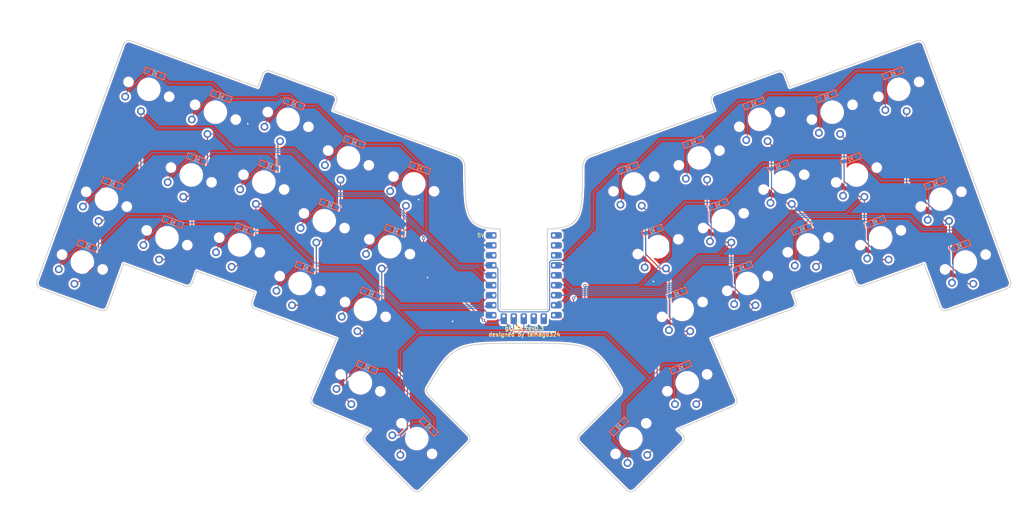
<source format=kicad_pcb>
(kicad_pcb (version 20211014) (generator pcbnew)
  (layers (0 "F.Cu" signal) (31 "B.Cu" signal) (34 "B.Paste" user) (35 "F.Paste" user) (36 "B.SilkS" user "B.Silkscreen") (37 "F.SilkS" user "F.Silkscreen") (38 "B.Mask" user) (39 "F.Mask" user) (44 "Edge.Cuts" user))
  (net 0 "")
  (net 1 "row0")
  (net 2 "Net-(D1-Pad2)")
  (net 3 "Net-(D2-Pad2)")
  (net 4 "Net-(D3-Pad2)")
  (net 5 "Net-(D4-Pad2)")
  (net 6 "Net-(D5-Pad2)")
  (net 7 "Net-(D6-Pad2)")
  (net 8 "Net-(D7-Pad2)")
  (net 9 "Net-(D8-Pad2)")
  (net 10 "Net-(D9-Pad2)")
  (net 11 "Net-(D10-Pad2)")
  (net 12 "row1")
  (net 13 "Net-(D11-Pad2)")
  (net 14 "Net-(D12-Pad2)")
  (net 15 "Net-(D13-Pad2)")
  (net 16 "Net-(D14-Pad2)")
  (net 17 "Net-(D15-Pad2)")
  (net 18 "Net-(D16-Pad2)")
  (net 19 "Net-(D17-Pad2)")
  (net 20 "Net-(D18-Pad2)")
  (net 21 "Net-(D19-Pad2)")
  (net 22 "Net-(D20-Pad2)")
  (net 23 "row2")
  (net 24 "Net-(D21-Pad2)")
  (net 25 "Net-(D22-Pad2)")
  (net 26 "Net-(D23-Pad2)")
  (net 27 "Net-(D24-Pad2)")
  (net 28 "Net-(D25-Pad2)")
  (net 29 "Net-(D26-Pad2)")
  (net 30 "Net-(D27-Pad2)")
  (net 31 "Net-(D28-Pad2)")
  (net 32 "Net-(D29-Pad2)")
  (net 33 "Net-(D30-Pad2)")
  (net 34 "row3")
  (net 35 "Net-(D31-Pad2)")
  (net 36 "Net-(D32-Pad2)")
  (net 37 "Net-(D33-Pad2)")
  (net 38 "Net-(D34-Pad2)")
  (net 42 "col5")
  (net 43 "col6")
  (net 44 "col7")
  (net 45 "col8")
  (net 46 "col9")
  (net 50 "col2")
  (net 51 "col3")
  (net 52 "col4")
  (net 53 "col1")
  (net 54 "col0")
  (net 56 "GND")
  (net 57 "VCC")
  (footprint "gku34:SW_Choc_V2" (layer "F.Cu") (at 199.476843 36.727593 20)
    (fp_text reference "SW8" hide)
    (fp_text value "SW_PUSH")
  )
  (footprint "gku34:SW_Choc_V2" (layer "F.Cu") (at 67.26 68.69 -20)
    (fp_text reference "SW23" hide)
    (fp_text value "SW_PUSH")
  )
  (footprint "gku34:RP2040-Zero" (layer "F.Cu") (at 129.345 89.105)
    (fp_text reference "RZ1")
    (fp_text value "RP2040-Zero" hide)
  )
  (footprint "gku34:Diode_SMD" (layer "F.Cu") (at 68.75 64.65 160)
    (fp_text reference "D23" hide)
    (fp_text value "D" hide)
  )
  (footprint "gku34:Diode_SMD" (layer "F.Cu") (at 210.36 64.61 -160)
    (fp_text reference "D28" hide)
    (fp_text value "D" hide)
  )
  (footprint "gku34:SW_Choc_V2" (layer "F.Cu") (at 73.42 52.69 -20)
    (fp_text reference "SW13" hide)
    (fp_text value "SW_PUSH")
  )
  (footprint "gku34:Diode_SMD" (layer "F.Cu") (at 198.02 32.67 -160)
    (fp_text reference "D8" hide)
    (fp_text value "D" hide)
  )
  (footprint "gku34:SW_Choc_V2" (layer "F.Cu") (at 111.56 53.15 -20)
    (fp_text reference "SW5" hide)
    (fp_text value "SW_PUSH")
  )
  (footprint "gku34:Diode_SMD" (layer "F.Cu") (at 90.29 58.49 160)
    (fp_text reference "D14" hide)
    (fp_text value "D" hide)
  )
  (footprint "gku34:Diode_SMD" (layer "F.Cu") (at 113.05 49.11 160)
    (fp_text reference "D5" hide)
    (fp_text value "D" hide)
  )
  (footprint "gku34:SW_Choc_V2" (layer "F.Cu") (at 217.94 34.9 20)
    (fp_text reference "SW9" hide)
    (fp_text value "SW_PUSH")
  )
  (footprint "gku34:Diode_SMD" (layer "F.Cu") (at 34.93 53.01 160)
    (fp_text reference "D11" hide)
    (fp_text value "D" hide)
  )
  (footprint "gku34:SW_Choc_V2" (layer "F.Cu") (at 48.81 66.86 -20)
    (fp_text reference "SW22" hide)
    (fp_text value "SW_PUSH")
  )
  (footprint "gku34:SW_Choc_V2" (layer "F.Cu") (at 105.42 69.14 -20)
    (fp_text reference "SW15" hide)
    (fp_text value "SW_PUSH")
  )
  (footprint "gku34:SW_Choc_V2" (layer "F.Cu") (at 234.85 29.08 20)
    (fp_text reference "SWe" hide)
    (fp_text value "SW_PUSH")
  )
  (footprint "gku34:Diode_SMD" (layer "F.Cu") (at 204.19 48.66 -160)
    (fp_text reference "D18" hide)
    (fp_text value "D" hide)
  )
  (footprint "gku34:Diode_SMD" (layer "F.Cu") (at 194.96 74.43 -160)
    (fp_text reference "D27" hide)
    (fp_text value "D" hide)
  )
  (footprint "gku34:Diode_SMD" (layer "F.Cu") (at 28.77 68.99 160)
    (fp_text reference "D21" hide)
    (fp_text value "D" hide)
  )
  (footprint "gku34:SW_Choc_V2" (layer "F.Cu") (at 61.113157 34.897593 -20)
    (fp_text reference "SW2" hide)
    (fp_text value "SW_PUSH")
  )
  (footprint "gku34:Diode_SMD" (layer "F.Cu") (at 81.09 32.7 160)
    (fp_text reference "D3" hide)
    (fp_text value "D" hide)
  )
  (footprint "gku34:Diode_SMD" (layer "F.Cu") (at 250.33 68.97 -160)
    (fp_text reference "D30" hide)
    (fp_text value "D" hide)
  )
  (footprint "gku34:Diode_SMD" (layer "F.Cu") (at 96.44 42.48 160)
    (fp_text reference "D4" hide)
    (fp_text value "D" hide)
  )
  (footprint "gku34:SW_Choc_V2" (layer "F.Cu") (at 166.75 117.97 45)
    (fp_text reference "SW33" hide)
    (fp_text value "SW_PUSH")
  )
  (footprint "gku34:Diode_SMD" (layer "F.Cu") (at 182.66 42.48 -160)
    (fp_text reference "D7" hide)
    (fp_text value "D" hide)
  )
  (footprint "gku34:Diode_SMD" (layer "F.Cu") (at 115.37 114.94 135)
    (fp_text reference "D32" hide)
    (fp_text value "D" hide)
  )
  (footprint "gku34:SW_Choc_V2" (layer "F.Cu") (at 196.41 78.48 20)
    (fp_text reference "SW27" hide)
    (fp_text value "SW_PUSH")
  )
  (footprint "gku34:Diode_SMD" (layer "F.Cu") (at 222.63 46.83 -160)
    (fp_text reference "D19" hide)
    (fp_text value "D" hide)
  )
  (footprint "gku34:Diode_SMD" (layer "F.Cu") (at 50.31 62.82 160)
    (fp_text reference "D22" hide)
    (fp_text value "D" hide)
  )
  (footprint "gku34:SW_Choc_V2" (layer "F.Cu") (at 251.786843 73.027593 20)
    (fp_text reference "SW30" hide)
    (fp_text value "SW_PUSH")
  )
  (footprint "gku34:SW_Choc_V2" (layer "F.Cu") (at 230.25 66.86 20)
    (fp_text reference "SW29" hide)
    (fp_text value "SW_PUSH")
  )
  (footprint "gku34:Diode_SMD" (layer "F.Cu") (at 56.48 46.83 160)
    (fp_text reference "D12" hide)
    (fp_text value "D" hide)
  )
  (footprint "gku34:Diode_SMD" (layer "F.Cu") (at 74.91 48.64 160)
    (fp_text reference "D13" hide)
    (fp_text value "D" hide)
  )
  (footprint "gku34:SW_Choc_V2" (layer "F.Cu") (at 82.63 78.5 -20)
    (fp_text reference "SW24" hide)
    (fp_text value "SW_PUSH")
  )
  (footprint "gku34:SW_Choc_V2" (layer "F.Cu") (at 205.641691 52.701111 20)
    (fp_text reference "SW18" hide)
    (fp_text value "SW_PUSH")
  )
  (footprint "gku34:Diode_SMD" (layer "F.Cu") (at 244.16 52.98 -160)
    (fp_text reference "D20" hide)
    (fp_text value "D" hide)
  )
  (footprint "gku34:SW_Choc_V2" (layer "F.Cu") (at 54.98 50.87 -20)
    (fp_text reference "SW12" hide)
    (fp_text value "SW_PUSH")
  )
  (footprint "gku34:Diode_SMD" (layer "F.Cu") (at 188.82 58.46 -160)
    (fp_text reference "D17" hide)
    (fp_text value "D" hide)
  )
  (footprint "gku34:Diode_SMD" (layer "F.Cu") (at 106.92 65.1 160)
    (fp_text reference "D15" hide)
    (fp_text value "D" hide)
  )
  (footprint "gku34:Diode_SMD" (layer "F.Cu") (at 166.05 49.11 -160)
    (fp_text reference "D6" hide)
    (fp_text value "D" hide)
  )
  (footprint "gku34:SW_Choc_V2" (layer "F.Cu") (at 184.116843 46.537593 20)
    (fp_text reference "SW7" hide)
    (fp_text value "SW_PUSH")
  )
  (footprint "gku34:SW_Choc_V2" (layer "F.Cu") (at 27.28 73.03 -20)
    (fp_text reference "SW21" hide)
    (fp_text value "SW_PUSH")
  )
  (footprint "gku34:SW_Choc_V2" (layer "F.Cu") (at 211.81 68.67 20)
    (fp_text reference "SW28" hide)
    (fp_text value "SW_PUSH")
  )
  (footprint "gku34:SW_Choc_V2" (layer "F.Cu") (at 99.243157 85.097593 -20)
    (fp_text reference "SW25" hide)
    (fp_text value "SW_PUSH")
  )
  (footprint "gku34:Diode_SMD" (layer "F.Cu") (at 216.49 30.85 -160)
    (fp_text reference "D9" hide)
    (fp_text value "D" hide)
  )
  (footprint "gku34:Diode_SMD" (layer "F.Cu") (at 233.39 25.02 -160)
    (fp_text reference "D10" hide)
    (fp_text value "D" hide)
  )
  (footprint "gku34:SW_Choc_V2" (layer "F.Cu") (at 173.656843 69.127593 20)
    (fp_text reference "SW16" hide)
    (fp_text value "SW_PUSH")
  )
  (footprint "gku34:Diode_SMD" (layer "F.Cu") (at 100.74 81.06 160)
    (fp_text reference "D25" hide)
    (fp_text value "D" hide)
  )
  (footprint "gku34:SW_Choc_V2" (layer "F.Cu") (at 112.31 117.97 -45)
    (fp_text reference "SW32" hide)
    (fp_text value "SW_PUSH")
  )
  (footprint "gku34:SW_Choc_V2" (layer "F.Cu") (at 97.98474 103.777177 -23)
    (fp_text reference "SW31" hide)
    (fp_text value "SW_PUSH")
  )
  (footprint "gku34:SW_Choc_V2" (layer "F.Cu") (at 167.496843 53.157593 20)
    (fp_text reference "SW6" hide)
    (fp_text value "SW_PUSH")
  )
  (footprint "gku34:SW_Choc_V2" (layer "F.Cu") (at 88.79 62.52 -20)
    (fp_text reference "SW14" hide)
    (fp_text value "SW_PUSH")
  )
  (footprint "gku34:Diode_SMD" (layer "F.Cu") (at 228.8 62.81 -160)
    (fp_text reference "D29" hide)
    (fp_text value "D" hide)
  )
  (footprint "gku34:Diode_SMD" (layer "F.Cu") (at 163.71 114.91 -135)
    (fp_text reference "D33" hide)
    (fp_text value "D" hide)
  )
  (footprint "gku34:Diode_SMD" (layer "F.Cu") (at 178.36 81.04 -160)
    (fp_text reference "D26" hide)
    (fp_text value "D" hide)
  )
  (footprint "gku34:SW_Choc_V2" (layer "F.Cu") (at 224.096843 50.887593 20)
    (fp_text reference "SW19" hide)
    (fp_text value "SW_PUSH")
  )
  (footprint "gku34:Diode_SMD" (layer "F.Cu") (at 99.69 99.82 157)
    (fp_text reference "D31" hide)
    (fp_text value "D" hide)
  )
  (footprint "gku34:Diode_SMD" (layer "F.Cu") (at 179.42 99.8 -157)
    (fp_text reference "D34" hide)
    (fp_text value "D" hide)
  )
  (footprint "gku34:SW_Choc_V2" (layer "F.Cu") (at 181.08 103.77 23)
    (fp_text reference "SW34" hide)
    (fp_text value "SW_PUSH")
  )
  (footprint "gku34:SW_Choc_V2" (layer "F.Cu") (at 44.19 29.08 -20)
    (fp_text reference "SW1" hide)
    (fp_text value "SW_PUSH")
  )
  (footprint "gku34:SW_Choc_V2" (layer "F.Cu") (at 190.27 62.51 20)
    (fp_text reference "SW17" hide)
    (fp_text value "SW_PUSH")
  )
  (footprint "gku34:Diode_SMD" (layer "F.Cu") (at 45.68 25.04 160)
    (fp_text reference "D1" hide)
    (fp_text value "D" hide)
  )
  (footprint "gku34:SW_Choc_V2" (layer "F.Cu") (at 79.59 36.74 -20)
    (fp_text reference "SW3" hide)
    (fp_text value "SW_PUSH")
  )
  (footprint "gku34:SW_Choc_V2" (layer "F.Cu") (at 179.816843 85.097593 20)
    (fp_text reference "SW26" hide)
    (fp_text value "SW_PUSH")
  )
  (footprint "gku34:Diode_SMD" (layer "F.Cu") (at 62.6 30.85 160)
    (fp_text reference "D2" hide)
    (fp_text value "D" hide)
  )
  (footprint "gku34:Diode_SMD" (layer "F.Cu") (at 172.2 65.07 -160)
    (fp_text reference "D16" hide)
    (fp_text value "D" hide)
  )
  (footprint "gku34:SW_Choc_V2" (layer "F.Cu") (at 245.616843 57.037593 20)
    (fp_text reference "SW20" hide)
    (fp_text value "SW_PUSH")
  )
  (footprint "gku34:Diode_SMD" (layer "F.Cu") (at 84.12 74.45 160)
    (fp_text reference "D24" hide)
    (fp_text value "D" hide)
  )
  (footprint "gku34:SW_Choc_V2" (layer "F.Cu") (at 94.95 46.53 -20)
    (fp_text reference "SW4" hide)
    (fp_text value "SW_PUSH")
  )
  (footprint "gku34:SW_Choc_V2" (layer "F.Cu") (at 33.433157 57.047593 -20)
    (fp_text reference "SW11" hide)
    (fp_text value "SW_PUSH")
  )
  (gr_line (start 113.362219 131.061425) (end 125.383034 119.04061) (layer "Edge.Cuts") (width 0.25))
  (gr_line (start 91.907698 92.501796) (end 85.455516 107.702185) (layer "Edge.Cuts") (width 0.25))
  (gr_line (start 125.383034 116.91929) (end 115.239825 106.77608) (layer "Edge.Cuts") (width 0.25))
  (gr_line (start 145.530003 64.629208) (end 145.530003 85.133358) (layer "Edge.Cuts") (width 0.25))
  (gr_arc (start 167.819107 131.061425) (mid 166.758447 131.500765) (end 165.697787 131.061425) (layer "Edge.Cuts") (width 0.25))
  (gr_arc (start 86.250176 109.669039) (mid 85.445497 108.850191) (end 85.455516 107.702185) (layer "Edge.Cuts") (width 0.25))
  (gr_arc (start 225.683077 79.161784) (mid 224.536091 79.111732) (end 223.760508 78.265275) (layer "Edge.Cuts") (width 0.25))
  (gr_arc (start 99.220083 119.04061) (mid 98.780743 117.97995) (end 99.220083 116.91929) (layer "Edge.Cuts") (width 0.25))
  (gr_line (start 245.292247 84.432013) (end 241.304591 73.476018) (layer "Edge.Cuts") (width 0.25))
  (gr_line (start 16.700946 79.816468) (end 31.84519 85.328522) (layer "Edge.Cuts") (width 0.25))
  (gr_arc (start 115.239825 106.77608) (mid 114.812905 105.908052) (end 115.004642 104.959912) (layer "Edge.Cuts") (width 0.25))
  (gr_line (start 239.419191 16.789697) (end 207.144139 28.536856) (layer "Edge.Cuts") (width 0.25))
  (gr_arc (start 263.255568 77.893899) (mid 263.205485 79.040854) (end 262.35906 79.816468) (layer "Edge.Cuts") (width 0.25))
  (gr_line (start 222.700027 75.351628) (end 207.884792 80.743933) (layer "Edge.Cuts") (width 0.25))
  (gr_curve (pts (xy 164.055364 104.959912) (xy 157.48209 93.685472) (xy 156.99346 93.67829) (xy 139.530003 93.681048)) (layer "Edge.Cuts") (width 0.25))
  (gr_arc (start 125.383034 116.91929) (mid 125.822374 117.97995) (end 125.383034 119.04061) (layer "Edge.Cuts") (width 0.25))
  (gr_arc (start 16.700946 79.816468) (mid 15.854515 79.040856) (end 15.804438 77.893899) (layer "Edge.Cuts") (width 0.25))
  (gr_arc (start 247.214816 85.328522) (mid 246.067873 85.278436) (end 245.292247 84.432013) (layer "Edge.Cuts") (width 0.25))
  (gr_curve (pts (xy 154.502178 48.76833) (xy 154.487934 62.141197) (xy 154.042697 64.313791) (xy 145.530003 64.629208)) (layer "Edge.Cuts") (width 0.25))
  (gr_arc (start 193.60449 107.702185) (mid 193.61453 108.850215) (end 192.80983 109.669039) (layer "Edge.Cuts") (width 0.25))
  (gr_line (start 100.444992 115.694381) (end 99.220083 116.91929) (layer "Edge.Cuts") (width 0.25))
  (gr_arc (start 239.419191 16.789697) (mid 240.566136 16.839785) (end 241.34176 17.686206) (layer "Edge.Cuts") (width 0.25))
  (gr_line (start 133.530003 64.629208) (end 133.530003 85.133358) (layer "Edge.Cuts") (width 0.25))
  (gr_line (start 262.35906 79.816468) (end 247.214816 85.328522) (layer "Edge.Cuts") (width 0.25))
  (gr_line (start 71.231089 84.976126) (end 91.907698 92.501796) (layer "Edge.Cuts") (width 0.25))
  (gr_curve (pts (xy 115.004642 104.959912) (xy 121.577916 93.685472) (xy 122.066546 93.67829) (xy 139.530003 93.681048)) (layer "Edge.Cuts") (width 0.25))
  (gr_line (start 204.051166 24.424689) (end 188.076391 30.239031) (layer "Edge.Cuts") (width 0.25))
  (gr_line (start 192.80983 109.669039) (end 178.615014 115.694381) (layer "Edge.Cuts") (width 0.25))
  (gr_line (start 207.828917 84.976126) (end 187.152308 92.501796) (layer "Edge.Cuts") (width 0.25))
  (gr_line (start 187.152308 92.501796) (end 193.60449 107.702185) (layer "Edge.Cuts") (width 0.25))
  (gr_line (start 33.767759 84.432013) (end 37.755415 73.476018) (layer "Edge.Cuts") (width 0.25))
  (gr_line (start 153.676972 116.91929) (end 163.820181 106.77608) (layer "Edge.Cuts") (width 0.25))
  (gr_arc (start 154.502178 48.76833) (mid 155.045633 47.04948) (end 156.476116 45.952447) (layer "Edge.Cuts") (width 0.25))
  (gr_line (start 179.839923 119.04061) (end 167.819107 131.061425) (layer "Edge.Cuts") (width 0.25))
  (gr_arc (start 187.179883 32.1616) (mid 187.229931 31.014617) (end 188.076391 30.239031) (layer "Edge.Cuts") (width 0.25))
  (gr_line (start 71.915867 28.536856) (end 73.086271 25.321197) (layer "Edge.Cuts") (width 0.25))
  (gr_line (start 86.250176 109.669039) (end 100.444992 115.694381) (layer "Edge.Cuts") (width 0.25))
  (gr_arc (start 179.839923 116.91929) (mid 180.279263 117.97995) (end 179.839923 119.04061) (layer "Edge.Cuts") (width 0.25))
  (gr_line (start 223.760508 78.265275) (end 222.700027 75.351628) (layer "Edge.Cuts") (width 0.25))
  (gr_arc (start 164.055364 104.959912) (mid 164.247099 105.908053) (end 163.820181 106.77608) (layer "Edge.Cuts") (width 0.25))
  (gr_line (start 91.039489 34.471224) (end 122.58389 45.952447) (layer "Edge.Cuts") (width 0.25))
  (gr_line (start 133.530003 85.133358) (end 139.530003 85.133358) (layer "Edge.Cuts") (width 0.25))
  (gr_arc (start 204.051166 24.424689) (mid 205.198126 24.474762) (end 205.973735 25.321197) (layer "Edge.Cuts") (width 0.25))
  (gr_line (start 99.220083 119.04061) (end 111.240899 131.061425) (layer "Edge.Cuts") (width 0.25))
  (gr_line (start 56.359979 75.351628) (end 71.175214 80.743933) (layer "Edge.Cuts") (width 0.25))
  (gr_line (start 188.020517 34.471224) (end 156.476116 45.952447) (layer "Edge.Cuts") (width 0.25))
  (gr_arc (start 33.767759 84.432013) (mid 32.992148 85.278445) (end 31.84519 85.328522) (layer "Edge.Cuts") (width 0.25))
  (gr_line (start 187.179883 32.1616) (end 188.020517 34.471224) (layer "Edge.Cuts") (width 0.25))
  (gr_arc (start 55.299498 78.265275) (mid 54.523886 79.111706) (end 53.376929 79.161784) (layer "Edge.Cuts") (width 0.25))
  (gr_line (start 263.255568 77.893899) (end 241.34176 17.686206) (layer "Edge.Cuts") (width 0.25))
  (gr_arc (start 113.362219 131.061425) (mid 112.301559 131.500765) (end 111.240899 131.061425) (layer "Edge.Cuts") (width 0.25))
  (gr_arc (start 208.725426 83.053557) (mid 208.675368 84.200531) (end 207.828917 84.976126) (layer "Edge.Cuts") (width 0.25))
  (gr_curve (pts (xy 124.557828 48.76833) (xy 124.572072 62.141197) (xy 125.017309 64.313791) (xy 133.530003 64.629208)) (layer "Edge.Cuts") (width 0.25))
  (gr_line (start 37.755415 73.476018) (end 53.376929 79.161784) (layer "Edge.Cuts") (width 0.25))
  (gr_arc (start 90.983615 30.239031) (mid 91.830046 31.014643) (end 91.880123 32.1616) (layer "Edge.Cuts") (width 0.25))
  (gr_arc (start 73.086271 25.321197) (mid 73.861883 24.474766) (end 75.00884 24.424689) (layer "Edge.Cuts") (width 0.25))
  (gr_line (start 145.530003 85.133358) (end 139.530003 85.133358) (layer "Edge.Cuts") (width 0.25))
  (gr_line (start 178.615014 115.694381) (end 179.839923 116.91929) (layer "Edge.Cuts") (width 0.25))
  (gr_line (start 71.175214 80.743933) (end 70.33458 83.053557) (layer "Edge.Cuts") (width 0.25))
  (gr_line (start 39.640815 16.789697) (end 71.915867 28.536856) (layer "Edge.Cuts") (width 0.25))
  (gr_line (start 241.304591 73.476018) (end 225.683077 79.161784) (layer "Edge.Cuts") (width 0.25))
  (gr_arc (start 122.58389 45.952447) (mid 124.014369 47.049487) (end 124.557828 48.76833) (layer "Edge.Cuts") (width 0.25))
  (gr_line (start 55.299498 78.265275) (end 56.359979 75.351628) (layer "Edge.Cuts") (width 0.25))
  (gr_line (start 207.144139 28.536856) (end 205.973735 25.321197) (layer "Edge.Cuts") (width 0.25))
  (gr_line (start 207.884792 80.743933) (end 208.725426 83.053557) (layer "Edge.Cuts") (width 0.25))
  (gr_line (start 75.00884 24.424689) (end 90.983615 30.239031) (layer "Edge.Cuts") (width 0.25))
  (gr_line (start 15.804438 77.893899) (end 37.718246 17.686206) (layer "Edge.Cuts") (width 0.25))
  (gr_arc (start 153.676972 119.04061) (mid 153.237633 117.97995) (end 153.676972 116.91929) (layer "Edge.Cuts") (width 0.25))
  (gr_line (start 165.697787 131.061425) (end 153.676972 119.04061) (layer "Edge.Cuts") (width 0.25))
  (gr_line (start 91.880123 32.1616) (end 91.039489 34.471224) (layer "Edge.Cuts") (width 0.25))
  (gr_arc (start 71.231089 84.976126) (mid 70.384657 84.200515) (end 70.33458 83.053557) (layer "Edge.Cuts") (width 0.25))
  (gr_arc (start 37.718246 17.686206) (mid 38.493858 16.839774) (end 39.640815 16.789697) (layer "Edge.Cuts") (width 0.25))
  (gr_text "JLCJLCJLCJLC" (at 139.7 90.66) (layer "B.SilkS") (effects (font (size 0.8 0.8) (thickness 0.2)) (justify mirror)))
  (gr_text "gku34 rev0.3\ndesigned by tamago324" (at 139.7 90.678) (layer "F.SilkS") (effects (font (size 1 1) (thickness 0.2))))
  (segment (start 64.267954 31.457086) (end 76.692914 31.457086) (width 0.25) (layer "B.Cu") (net 1))
  (segment (start 149.15 72.58) (end 146.534695 72.58) (width 0.25) (layer "B.Cu") (net 1))
  (segment (start 201.507954 30.242914) (end 199.687954 32.062914) (width 0.25) (layer "B.Cu") (net 1))
  (segment (start 174.347954 41.872914) (end 167.717954 48.502914) (width 0.25) (layer "B.Cu") (net 1))
  (segment (start 86.807086 33.307086) (end 94.379247 40.879247) (width 0.25) (layer "B.Cu") (net 1))
  (segment (start 235.057954 24.412914) (end 223.987954 24.412914) (width 0.25) (layer "B.Cu") (net 1))
  (segment (start 164.139297 48.502914) (end 157.22 55.422211) (width 0.25) (layer "B.Cu") (net 1))
  (segment (start 77.53 30.62) (end 80.070868 30.62) (width 0.25) (layer "B.Cu") (net 1))
  (segment (start 82.757954 33.307086) (end 86.807086 33.307086) (width 0.25) (layer "B.Cu") (net 1))
  (segment (start 108.087954 43.087086) (end 98.107954 43.087086) (width 0.25) (layer "B.Cu") (net 1))
  (segment (start 223.987954 24.412914) (end 218.157954 30.242914) (width 0.25) (layer "B.Cu") (net 1))
  (segment (start 146.09 73.024695) (end 146.09 85.12) (width 0.25) (layer "B.Cu") (net 1))
  (segment (start 157.22 55.422211) (end 157.22 64.51) (width 0.25) (layer "B.Cu") (net 1))
  (segment (start 194.137954 32.062914) (end 184.327954 41.872914) (width 0.25) (layer "B.Cu") (net 1))
  (segment (start 167.717954 48.502914) (end 164.139297 48.502914) (width 0.25) (layer "B.Cu") (net 1))
  (segment (start 132.94 85.13) (end 132.94 74.75) (width 0.25) (layer "B.Cu") (net 1))
  (segment (start 114.717954 49.717086) (end 108.087954 43.087086) (width 0.25) (layer "B.Cu") (net 1))
  (segment (start 146.534695 72.58) (end 146.09 73.024695) (width 0.25) (layer "B.Cu") (net 1))
  (segment (start 218.157954 30.242914) (end 201.507954 30.242914) (width 0.25) (layer "B.Cu") (net 1))
  (segment (start 157.22 64.51) (end 149.15 72.58) (width 0.25) (layer "B.Cu") (net 1))
  (segment (start 123.178692 73.865) (end 131.885 73.865) (width 0.25) (layer "B.Cu") (net 1))
  (segment (start 184.327954 41.872914) (end 174.347954 41.872914) (width 0.25) (layer "B.Cu") (net 1))
  (segment (start 132.94 74.75) (end 131.895 73.705) (width 0.25) (layer "B.Cu") (net 1))
  (segment (start 49.250868 27.55) (end 60.360868 27.55) (width 0.25) (layer "B.Cu") (net 1))
  (segment (start 133.53 85.72) (end 132.94 85.13) (width 0.25) (layer "B.Cu") (net 1))
  (segment (start 114.717954 49.717086) (end 114.717954 65.404262) (width 0.25) (layer "B.Cu") (net 1))
  (segment (start 47.347954 25.647086) (end 49.250868 27.55) (width 0.25) (layer "B.Cu") (net 1))
  (segment (start 146.09 85.12) (end 145.49 85.72) (width 0.25) (layer "B.Cu") (net 1))
  (segment (start 60.360868 27.55) (end 64.267954 31.457086) (width 0.25) (layer "B.Cu") (net 1))
  (segment (start 114.717954 65.404262) (end 123.178692 73.865) (width 0.25) (layer "B.Cu") (net 1))
  (segment (start 76.692914 31.457086) (end 77.53 30.62) (width 0.25) (layer "B.Cu") (net 1))
  (segment (start 80.070868 30.62) (end 82.757954 33.307086) (width 0.25) (layer "B.Cu") (net 1))
  (segment (start 94.379247 40.879247) (end 95.900115 40.879247) (width 0.25) (layer "B.Cu") (net 1))
  (segment (start 199.687954 32.062914) (end 194.137954 32.062914) (width 0.25) (layer "B.Cu") (net 1))
  (segment (start 145.49 85.72) (end 133.53 85.72) (width 0.25) (layer "B.Cu") (net 1))
  (segment (start 95.900115 40.879247) (end 98.107954 43.087086) (width 0.25) (layer "B.Cu") (net 1))
  (segment (start 38.19186 30.2531) (end 38.19186 30.940731) (width 0.25) (layer "B.Cu") (net 2))
  (segment (start 44.012046 24.432914) (end 38.19186 30.2531) (width 0.25) (layer "B.Cu") (net 2))
  (segment (start 60.932046 30.242914) (end 55.115017 36.059943) (width 0.25) (layer "B.Cu") (net 3))
  (segment (start 55.115017 36.059943) (end 55.115017 36.758324) (width 0.25) (layer "B.Cu") (net 3))
  (segment (start 73.59186 37.9231) (end 73.59186 38.600731) (width 0.25) (layer "B.Cu") (net 4))
  (segment (start 79.422046 32.092914) (end 73.59186 37.9231) (width 0.25) (layer "B.Cu") (net 4))
  (segment (start 94.772046 41.872914) (end 88.95186 47.6931) (width 0.25) (layer "B.Cu") (net 5))
  (segment (start 88.95186 47.6931) (end 88.95186 48.390731) (width 0.25) (layer "B.Cu") (net 5))
  (segment (start 111.382046 48.502914) (end 105.56186 54.3231) (width 0.25) (layer "B.Cu") (net 6))
  (segment (start 105.56186 54.3231) (end 105.56186 55.010731) (width 0.25) (layer "B.Cu") (net 6))
  (segment (start 164.382046 49.717086) (end 164.382046 58.154536) (width 0.25) (layer "B.Cu") (net 7))
  (segment (start 164.382046 58.154536) (end 164.098056 58.438526) (width 0.25) (layer "B.Cu") (net 7))
  (segment (start 180.992046 51.544536) (end 180.718056 51.818526) (width 0.25) (layer "B.Cu") (net 8))
  (segment (start 180.992046 43.087086) (end 180.992046 51.544536) (width 0.25) (layer "B.Cu") (net 8))
  (segment (start 196.352046 41.734536) (end 196.078056 42.008526) (width 0.25) (layer "B.Cu") (net 9))
  (segment (start 196.352046 33.277086) (end 196.352046 41.734536) (width 0.25) (layer "B.Cu") (net 9))
  (segment (start 214.822046 39.9001) (end 214.541213 40.180933) (width 0.25) (layer "B.Cu") (net 10))
  (segment (start 214.822046 31.457086) (end 214.822046 39.9001) (width 0.25) (layer "B.Cu") (net 10))
  (segment (start 231.451213 34.360933) (end 231.451213 25.897919) (width 0.25) (layer "B.Cu") (net 11))
  (segment (start 231.451213 25.897919) (end 231.722046 25.627086) (width 0.25) (layer "B.Cu") (net 11))
  (segment (start 122.37 80.94) (end 129.26 87.83) (width 0.25) (layer "F.Cu") (net 12))
  (segment (start 134.435 88.055) (end 134.435 86.615) (width 0.25) (layer "F.Cu") (net 12))
  (segment (start 114.043151 68.003151) (end 122.37 76.33) (width 0.25) (layer "F.Cu") (net 12))
  (segment (start 122.37 76.33) (end 122.37 80.94) (width 0.25) (layer "F.Cu") (net 12))
  (segment (start 147.176396 90.38) (end 136.76 90.38) (width 0.25) (layer "F.Cu") (net 12))
  (segment (start 155.06 79.028919) (end 155.06 82.496396) (width 0.25) (layer "F.Cu") (net 12))
  (segment (start 155.06 82.496396) (end 147.176396 90.38) (width 0.25) (layer "F.Cu") (net 12))
  (segment (start 136.76 90.38) (end 134.435 88.055) (width 0.25) (layer "F.Cu") (net 12))
  (segment (start 114.043151 67.026849) (end 114.043151 68.003151) (width 0.25) (layer "F.Cu") (net 12))
  (via (at 114.043151 67.026849) (size 0.8) (drill 0.4) (layers "F.Cu" "B.Cu") (net 12))
  (via (at 129.26 87.83) (size 0.8) (drill 0.4) (layers "F.Cu" "B.Cu") (net 12))
  (via (at 155.06 79.028919) (size 0.8) (drill 0.4) (layers "F.Cu" "B.Cu") (net 12))
  (segment (start 114.043151 67.026849) (end 114.043151 66.638647) (width 0.25) (layer "B.Cu") (net 12))
  (segment (start 91.957954 59.097086) (end 91.957954 56.430746) (width 0.25) (layer "B.Cu") (net 12))
  (segment (start 176.59 71.38) (end 176.59 67.18496) (width 0.25) (layer "B.Cu") (net 12))
  (segment (start 155.06 79.028919) (end 155.3345 79.303419) (width 0.25) (layer "B.Cu") (net 12))
  (segment (start 74.87 45.13) (end 74.82 45.13) (width 0.25) (layer "B.Cu") (net 12))
  (segment (start 91.877208 56.35) (end 103.754504 56.35) (width 0.25) (layer "B.Cu") (net 12))
  (segment (start 190.487954 57.852914) (end 180.477954 57.852914) (width 0.25) (layer "B.Cu") (net 12))
  (segment (start 74.82 45.13) (end 80.657208 45.13) (width 0.25) (layer "B.Cu") (net 12))
  (segment (start 230.447954 52.372914) (end 224.297954 46.222914) (width 0.25) (layer "B.Cu") (net 12))
  (segment (start 108.587954 65.707086) (end 110.512252 63.782788) (width 0.25) (layer "B.Cu") (net 12))
  (segment (start 80.657208 45.13) (end 91.877208 56.35) (width 0.25) (layer "B.Cu") (net 12))
  (segment (start 91.957954 56.430746) (end 91.877208 56.35) (width 0.25) (layer "B.Cu") (net 12))
  (segment (start 130.05 88.62) (end 132.58 88.62) (width 0.25) (layer "B.Cu") (net 12))
  (segment (start 207.687954 46.222914) (end 205.857954 48.052914) (width 0.25) (layer "B.Cu") (net 12))
  (segment (start 245.827954 52.372914) (end 230.447954 52.372914) (width 0.25) (layer "B.Cu") (net 12))
  (segment (start 60.45504 45.13) (end 74.82 45.13) (width 0.25) (layer "B.Cu") (net 12))
  (segment (start 76.577954 46.837954) (end 74.87 45.13) (width 0.25) (layer "B.Cu") (net 12))
  (segment (start 129.26 87.83) (end 130.05 88.62) (width 0.25) (layer "B.Cu") (net 12))
  (segment (start 76.577954 49.247086) (end 76.577954 46.837954) (width 0.25) (layer "B.Cu") (net 12))
  (segment (start 205.857954 48.052914) (end 200.287954 48.052914) (width 0.25) (layer "B.Cu") (net 12))
  (segment (start 58.147954 47.437086) (end 60.45504 45.13) (width 0.25) (layer "B.Cu") (net 12))
  (segment (start 200.287954 48.052914) (end 190.487954 57.852914) (width 0.25) (layer "B.Cu") (net 12))
  (segment (start 168.666581 79.303419) (end 176.59 71.38) (width 0.25) (layer "B.Cu") (net 12))
  (segment (start 224.297954 46.222914) (end 207.687954 46.222914) (width 0.25) (layer "B.Cu") (net 12))
  (segment (start 176.59 67.18496) (end 173.867954 64.462914) (width 0.25) (layer "B.Cu") (net 12))
  (segment (start 55.940115 45.229247) (end 58.147954 47.437086) (width 0.25) (layer "B.Cu") (net 12))
  (segment (start 103.754504 56.35) (end 110.512252 63.107748) (width 0.25) (layer "B.Cu") (net 12))
  (segment (start 132.58 88.62) (end 134.425 86.775) (width 0.25) (layer "B.Cu") (net 12))
  (segment (start 44.985793 45.229247) (end 55.940115 45.229247) (width 0.25) (layer "B.Cu") (net 12))
  (segment (start 180.477954 57.852914) (end 173.867954 64.462914) (width 0.25) (layer "B.Cu") (net 12))
  (segment (start 110.512252 63.782788) (end 110.512252 63.107748) (width 0.25) (layer "B.Cu") (net 12))
  (segment (start 114.043151 66.638647) (end 110.512252 63.107748) (width 0.25) (layer "B.Cu") (net 12))
  (segment (start 155.3345 79.303419) (end 168.666581 79.303419) (width 0.25) (layer "B.Cu") (net 12))
  (segment (start 36.597954 53.617086) (end 44.985793 45.229247) (width 0.25) (layer "B.Cu") (net 12))
  (segment (start 27.435017 58.908324) (end 33.262046 53.081295) (width 0.25) (layer "B.Cu") (net 13))
  (segment (start 33.262046 53.081295) (end 33.262046 52.402914) (width 0.25) (layer "B.Cu") (net 13))
  (segment (start 54.812046 46.222914) (end 48.98186 52.0531) (width 0.25) (layer "B.Cu") (net 14))
  (segment (start 48.98186 52.0531) (end 48.98186 52.730731) (width 0.25) (layer "B.Cu") (net 14))
  (segment (start 67.42186 53.8531) (end 67.42186 54.550731) (width 0.25) (layer "B.Cu") (net 15))
  (segment (start 73.242046 48.032914) (end 67.42186 53.8531) (width 0.25) (layer "B.Cu") (net 15))
  (segment (start 82.79186 63.7131) (end 82.79186 64.380731) (width 0.25) (layer "B.Cu") (net 16))
  (segment (start 88.622046 57.882914) (end 82.79186 63.7131) (width 0.25) (layer "B.Cu") (net 16))
  (segment (start 105.252046 64.492914) (end 99.42186 70.3231) (width 0.25) (layer "B.Cu") (net 17))
  (segment (start 99.42186 70.3231) (end 99.42186 71.000731) (width 0.25) (layer "B.Cu") (net 17))
  (segment (start 170.532046 74.134536) (end 170.258056 74.408526) (width 0.25) (layer "B.Cu") (net 18))
  (segment (start 170.532046 65.677086) (end 170.532046 74.134536) (width 0.25) (layer "B.Cu") (net 18))
  (segment (start 187.152046 67.5101) (end 186.871213 67.790933) (width 0.25) (layer "B.Cu") (net 19))
  (segment (start 187.152046 59.067086) (end 187.152046 67.5101) (width 0.25) (layer "B.Cu") (net 19))
  (segment (start 202.522046 57.702902) (end 202.242904 57.982044) (width 0.25) (layer "B.Cu") (net 20))
  (segment (start 202.522046 49.267086) (end 202.522046 57.702902) (width 0.25) (layer "B.Cu") (net 20))
  (segment (start 220.962046 55.904536) (end 220.698056 56.168526) (width 0.25) (layer "B.Cu") (net 21))
  (segment (start 220.962046 47.437086) (end 220.962046 55.904536) (width 0.25) (layer "B.Cu") (net 21))
  (segment (start 242.492046 53.587086) (end 242.492046 62.044536) (width 0.25) (layer "B.Cu") (net 22))
  (segment (start 242.492046 62.044536) (end 242.218056 62.318526) (width 0.25) (layer "B.Cu") (net 22))
  (segment (start 146.99 89.93) (end 138.55 89.93) (width 0.25) (layer "F.Cu") (net 23))
  (segment (start 152.17 84.75) (end 146.99 89.93) (width 0.25) (layer "F.Cu") (net 23))
  (segment (start 136.975 88.355) (end 136.975 86.615) (width 0.25) (layer "F.Cu") (net 23))
  (segment (start 152.17 82.26) (end 152.17 84.75) (width 0.25) (layer "F.Cu") (net 23))
  (segment (start 138.55 89.93) (end 136.975 88.355) (width 0.25) (layer "F.Cu") (net 23))
  (via (at 152.17 82.26) (size 0.8) (drill 0.4) (layers "F.Cu" "B.Cu") (net 23))
  (segment (start 136.46 90.82) (end 113.203604 90.82) (width 0.25) (layer "B.Cu") (net 23))
  (segment (start 175.328792 81.553419) (end 176.449297 80.432914) (width 0.25) (layer "B.Cu") (net 23))
  (segment (start 52.355793 63.049247) (end 68.210115 63.049247) (width 0.25) (layer "B.Cu") (net 23))
  (segment (start 180.027954 80.432914) (end 179.324 79.72896) (width 0.25) (layer "B.Cu") (net 23))
  (segment (start 49.770115 61.219247) (end 38.815793 61.219247) (width 0.25) (layer "B.Cu") (net 23))
  (segment (start 231.011621 61.659247) (end 230.467954 62.202914) (width 0.25) (layer "B.Cu") (net 23))
  (segment (start 70.417954 65.257086) (end 77.788585 65.257086) (width 0.25) (layer "B.Cu") (net 23))
  (segment (start 113.203604 90.82) (end 104.05069 81.667086) (width 0.25) (layer "B.Cu") (net 23))
  (segment (start 38.815793 61.219247) (end 30.437954 69.597086) (width 0.25) (layer "B.Cu") (net 23))
  (segment (start 51.977954 63.427086) (end 49.770115 61.219247) (width 0.25) (layer "B.Cu") (net 23))
  (segment (start 229.924287 61.659247) (end 212.469247 61.659247) (width 0.25) (layer "B.Cu") (net 23))
  (segment (start 51.977954 63.427086) (end 52.355793 63.049247) (width 0.25) (layer "B.Cu") (net 23))
  (segment (start 212.027954 64.002914) (end 211.54 63.51496) (width 0.25) (layer "B.Cu") (net 23))
  (segment (start 240.74 64.91) (end 237.489247 61.659247) (width 0.25) (layer "B.Cu") (net 23))
  (segment (start 208.791621 61.659247) (end 196.627954 73.822914) (width 0.25) (layer "B.Cu") (net 23))
  (segment (start 85.787954 73.256455) (end 85.787954 75.057086) (width 0.25) (layer "B.Cu") (net 23))
  (segment (start 196.13504 73.33) (end 184.734 73.33) (width 0.25) (layer "B.Cu") (net 23))
  (segment (start 248.54504 64.91) (end 240.74 64.91) (width 0.25) (layer "B.Cu") (net 23))
  (segment (start 152.876581 81.553419) (end 175.328792 81.553419) (width 0.25) (layer "B.Cu") (net 23))
  (segment (start 177.631086 80.432914) (end 176.449297 80.432914) (width 0.25) (layer "B.Cu") (net 23))
  (segment (start 77.788585 65.257086) (end 85.787954 73.256455) (width 0.25) (layer "B.Cu") (net 23))
  (segment (start 184.734 73.33) (end 179.324 78.74) (width 0.25) (layer "B.Cu") (net 23))
  (segment (start 211.54 63.51496) (end 211.54 62.588494) (width 0.25) (layer "B.Cu") (net 23))
  (segment (start 179.324 78.74) (end 177.631086 80.432914) (width 0.25) (layer "B.Cu") (net 23))
  (segment (start 211.54 62.588494) (end 212.469247 61.659247) (width 0.25) (layer "B.Cu") (net 23))
  (segment (start 136.965 90.315) (end 136.46 90.82) (width 0.25) (layer "B.Cu") (net 23))
  (segment (start 152.17 82.26) (end 152.876581 81.553419) (width 0.25) (layer "B.Cu") (net 23))
  (segment (start 212.469247 61.659247) (end 208.791621 61.659247) (width 0.25) (layer "B.Cu") (net 23))
  (segment (start 104.05069 81.667086) (end 102.407954 81.667086) (width 0.25) (layer "B.Cu") (net 23))
  (segment (start 97.44069 75.057086) (end 102.407954 80.02435) (width 0.25) (layer "B.Cu") (net 23))
  (segment (start 237.489247 61.659247) (end 231.011621 61.659247) (width 0.25) (layer "B.Cu") (net 23))
  (segment (start 230.467954 62.202914) (end 229.924287 61.659247) (width 0.25) (layer "B.Cu") (net 23))
  (segment (start 136.965 86.775) (end 136.965 90.315) (width 0.25) (layer "B.Cu") (net 23))
  (segment (start 196.627954 73.822914) (end 196.13504 73.33) (width 0.25) (layer "B.Cu") (net 23))
  (segment (start 85.787954 75.057086) (end 97.44069 75.057086) (width 0.25) (layer "B.Cu") (net 23))
  (segment (start 179.324 79.72896) (end 179.324 78.74) (width 0.25) (layer "B.Cu") (net 23))
  (segment (start 251.997954 68.362914) (end 248.54504 64.91) (width 0.25) (layer "B.Cu") (net 23))
  (segment (start 68.210115 63.049247) (end 70.417954 65.257086) (width 0.25) (layer "B.Cu") (net 23))
  (segment (start 102.407954 80.02435) (end 102.407954 81.667086) (width 0.25) (layer "B.Cu") (net 23))
  (segment (start 27.102046 68.382914) (end 21.28186 74.2031) (width 0.25) (layer "B.Cu") (net 24))
  (segment (start 21.28186 74.2031) (end 21.28186 74.890731) (width 0.25) (layer "B.Cu") (net 24))
  (segment (start 48.642046 62.212914) (end 42.81186 68.0431) (width 0.25) (layer "B.Cu") (net 25))
  (segment (start 42.81186 68.0431) (end 42.81186 68.720731) (width 0.25) (layer "B.Cu") (net 25))
  (segment (start 67.082046 64.042914) (end 61.26186 69.8631) (width 0.25) (layer "B.Cu") (net 26))
  (segment (start 61.26186 69.8631) (end 61.26186 70.550731) (width 0.25) (layer "B.Cu") (net 26))
  (segment (start 76.63186 79.6631) (end 76.63186 80.360731) (width 0.25) (layer "B.Cu") (net 27))
  (segment (start 82.452046 73.842914) (end 76.63186 79.6631) (width 0.25) (layer "B.Cu") (net 27))
  (segment (start 93.245017 86.279943) (end 93.245017 86.958324) (width 0.25) (layer "B.Cu") (net 28))
  (segment (start 99.072046 80.452914) (end 93.245017 86.279943) (width 0.25) (layer "B.Cu") (net 28))
  (segment (start 176.692046 90.104536) (end 176.418056 90.378526) (width 0.25) (layer "B.Cu") (net 29))
  (segment (start 176.692046 81.647086) (end 176.692046 90.104536) (width 0.25) (layer "B.Cu") (net 29))
  (segment (start 193.292046 75.037086) (end 193.292046 83.4801) (width 0.25) (layer "B.Cu") (net 30))
  (segment (start 193.292046 83.4801) (end 193.011213 83.760933) (width 0.25) (layer "B.Cu") (net 30))
  (segment (start 208.692046 73.6701) (end 208.411213 73.950933) (width 0.25) (layer "B.Cu") (net 31))
  (segment (start 208.692046 65.217086) (end 208.692046 73.6701) (width 0.25) (layer "B.Cu") (net 31))
  (segment (start 227.132046 63.417086) (end 227.132046 71.8601) (width 0.25) (layer "B.Cu") (net 32))
  (segment (start 227.132046 71.8601) (end 226.851213 72.140933) (width 0.25) (layer "B.Cu") (net 32))
  (segment (start 248.662046 78.034536) (end 248.388056 78.308526) (width 0.25) (layer "B.Cu") (net 33))
  (segment (start 248.662046 69.577086) (end 248.662046 78.034536) (width 0.25) (layer "B.Cu") (net 33))
  (segment (start 171.495 102.495) (end 171.775 102.495) (width 0.25) (layer "B.Cu") (net 34))
  (segment (start 116.625115 112.835115) (end 108.145 104.355) (width 0.25) (layer "B.Cu") (net 34))
  (segment (start 108.145 104.355) (end 108.145 95.775) (width 0.25) (layer "B.Cu") (net 34))
  (segment (start 160.27 91.27) (end 171.495 102.495) (width 0.25) (layer "B.Cu") (net 34))
  (segment (start 116.625115 116.195115) (end 116.625115 112.835115) (width 0.25) (layer "B.Cu") (net 34))
  (segment (start 108.145 104.355) (end 104.303548 100.513548) (width 0.25) (layer "B.Cu") (net 34))
  (segment (start 137.63 91.27) (end 160.27 91.27) (width 0.25) (layer "B.Cu") (net 34))
  (segment (start 138.84 91.27) (end 139.515 90.595) (width 0.25) (layer "B.Cu") (net 34))
  (segment (start 171.775 102.495) (end 175.163548 99.106452) (width 0.25) (layer "B.Cu") (net 34))
  (segment (start 164.965115 113.654885) (end 164.965115 109.304885) (width 0.25) (layer "B.Cu") (net 34))
  (segment (start 164.965115 109.304885) (end 171.775 102.495) (width 0.25) (layer "B.Cu") (net 34))
  (segment (start 108.145 95.775) (end 112.65 91.27) (width 0.25) (layer "B.Cu") (net 34))
  (segment (start 175.163548 99.106452) (end 181.053896 99.106452) (width 0.25) (layer "B.Cu") (net 34))
  (segment (start 112.65 91.27) (end 137.63 91.27) (width 0.25) (layer "B.Cu") (net 34))
  (segment (start 104.303548 100.513548) (end 101.323896 100.513548) (width 0.25) (layer "B.Cu") (net 34))
  (segment (start 137.63 91.27) (end 138.84 91.27) (width 0.25) (layer "B.Cu") (net 34))
  (segment (start 139.515 90.595) (end 139.515 86.615) (width 0.25) (layer "B.Cu") (net 34))
  (segment (start 98.056104 99.162773) (end 98.056104 99.126452) (width 0.25) (layer "B.Cu") (net 35))
  (segment (start 91.897437 105.32144) (end 98.056104 99.162773) (width 0.25) (layer "B.Cu") (net 35))
  (segment (start 107.878528 117.121472) (end 111.315115 113.684885) (width 0.25) (layer "B.Cu") (net 36))
  (segment (start 106.08746 117.121472) (end 107.878528 117.121472) (width 0.25) (layer "B.Cu") (net 36))
  (segment (start 111.315115 113.684885) (end 114.114885 113.684885) (width 0.25) (layer "B.Cu") (net 36))
  (segment (start 165.901472 121.841472) (end 165.901472 124.19254) (width 0.25) (layer "B.Cu") (net 37))
  (segment (start 162.454885 116.165115) (end 162.454885 118.394885) (width 0.25) (layer "B.Cu") (net 37))
  (segment (start 162.454885 118.394885) (end 165.901472 121.841472) (width 0.25) (layer "B.Cu") (net 37))
  (segment (start 177.786104 100.493548) (end 177.786104 109.045424) (width 0.25) (layer "B.Cu") (net 38))
  (segment (start 177.786104 109.045424) (end 177.962254 109.221574) (width 0.25) (layer "B.Cu") (net 38))
  (segment (start 173.42 119.64386) (end 173.42 99.056541) (width 0.25) (layer "F.Cu") (net 42))
  (segment (start 147.135 73.705) (end 158.175 73.705) (width 0.25) (layer "F.Cu") (net 42))
  (segment (start 170.92193 122.14193) (end 173.42 119.64386) (width 0.25) (layer "F.Cu") (net 42))
  (segment (start 173.42 99.056541) (end 181.834762 90.641779) (width 0.25) (layer "F.Cu") (net 42))
  (segment (start 181.834762 90.641779) (end 180.141779 90.641779) (width 0.25) (layer "F.Cu") (net 42))
  (segment (start 176.5 75.497017) (end 175.674762 74.671779) (width 0.25) (layer "F.Cu") (net 42))
  (segment (start 174.171779 74.671779) (end 170.5 71) (width 0.25) (layer "F.Cu") (net 42))
  (segment (start 176.5 87) (end 176.5 75.497017) (width 0.25) (layer "F.Cu") (net 42))
  (segment (start 180.141779 90.641779) (end 176.5 87) (width 0.25) (layer "F.Cu") (net 42))
  (segment (start 170.5 71) (end 170.5 61.38) (width 0.25) (layer "F.Cu") (net 42))
  (segment (start 175.674762 74.671779) (end 174.171779 74.671779) (width 0.25) (layer "F.Cu") (net 42))
  (segment (start 158.175 73.705) (end 171.346491 60.533509) (width 0.25) (layer "F.Cu") (net 42))
  (segment (start 170.5 61.38) (end 171.346491 60.533509) (width 0.25) (layer "F.Cu") (net 42))
  (segment (start 171.346491 60.533509) (end 169.514762 58.701779) (width 0.25) (layer "F.Cu") (net 42))
  (segment (start 192.287919 78.787919) (end 197.524186 84.024186) (width 0.25) (layer "F.Cu") (net 43))
  (segment (start 186.134762 63.134762) (end 191.054186 68.054186) (width 0.25) (layer "F.Cu") (net 43))
  (segment (start 195.032105 87.42) (end 198.427919 84.024186) (width 0.25) (layer "F.Cu") (net 43))
  (segment (start 189.2 87.42) (end 195.032105 87.42) (width 0.25) (layer "F.Cu") (net 43))
  (segment (start 183.385314 109.200979) (end 184.5 108.086293) (width 0.25) (layer "F.Cu") (net 43))
  (segment (start 197.524186 84.024186) (end 198.427919 84.024186) (width 0.25) (layer "F.Cu") (net 43))
  (segment (start 184.5 108.086293) (end 184.5 92.12) (width 0.25) (layer "F.Cu") (net 43))
  (segment (start 191.054186 68.054186) (end 192.287919 68.054186) (width 0.25) (layer "F.Cu") (net 43))
  (segment (start 186.134762 52.081779) (end 186.134762 63.134762) (width 0.25) (layer "F.Cu") (net 43))
  (segment (start 184.5 92.12) (end 189.2 87.42) (width 0.25) (layer "F.Cu") (net 43))
  (segment (start 192.287919 68.054186) (end 192.287919 78.787919) (width 0.25) (layer "F.Cu") (net 43))
  (segment (start 174.583208 79.753419) (end 175.703713 78.632914) (width 0.25) (layer "B.Cu") (net 43))
  (segment (start 188.922105 71.42) (end 192.287919 68.054186) (width 0.25) (layer "B.Cu") (net 43))
  (segment (start 176.759898 78.632914) (end 183.972812 71.42) (width 0.25) (layer "B.Cu") (net 43))
  (segment (start 148.205 76.245) (end 151.713419 79.753419) (width 0.25) (layer "B.Cu") (net 43))
  (segment (start 183.972812 71.42) (end 188.922105 71.42) (width 0.25) (layer "B.Cu") (net 43))
  (segment (start 175.703713 78.632914) (end 176.759898 78.632914) (width 0.25) (layer "B.Cu") (net 43))
  (segment (start 147.135 76.245) (end 148.205 76.245) (width 0.25) (layer "B.Cu") (net 43))
  (segment (start 151.713419 79.753419) (end 174.583208 79.753419) (width 0.25) (layer "B.Cu") (net 43))
  (segment (start 207.65961 58.245297) (end 206.682654 58.245297) (width 0.25) (layer "F.Cu") (net 44))
  (segment (start 214.827919 65.413606) (end 207.65961 58.245297) (width 0.25) (layer "F.Cu") (net 44))
  (segment (start 202.5 54.062643) (end 202.5 43.277017) (width 0.25) (layer "F.Cu") (net 44))
  (segment (start 206.682654 58.245297) (end 202.5 54.062643) (width 0.25) (layer "F.Cu") (net 44))
  (segment (start 202.5 43.277017) (end 201.494762 42.271779) (width 0.25) (layer "F.Cu") (net 44))
  (segment (start 214.827919 73.214186) (end 214.827919 65.413606) (width 0.25) (layer "F.Cu") (net 44))
  (segment (start 213.827919 74.214186) (end 214.827919 73.214186) (width 0.25) (layer "F.Cu") (net 44))
  (segment (start 149.405 78.785) (end 150.823419 80.203419) (width 0.25) (layer "B.Cu") (net 44))
  (segment (start 147.135 78.785) (end 149.405 78.785) (width 0.25) (layer "B.Cu") (net 44))
  (segment (start 175.890109 79.082914) (end 176.946294 79.082914) (width 0.25) (layer "B.Cu") (net 44))
  (segment (start 150.823419 80.203419) (end 174.769604 80.203419) (width 0.25) (layer "B.Cu") (net 44))
  (segment (start 184.159208 71.87) (end 196.67168 71.87) (width 0.25) (layer "B.Cu") (net 44))
  (segment (start 196.67168 71.87) (end 207.65961 60.88207) (width 0.25) (layer "B.Cu") (net 44))
  (segment (start 207.65961 60.88207) (end 207.65961 58.245297) (width 0.25) (layer "B.Cu") (net 44))
  (segment (start 174.769604 80.203419) (end 175.890109 79.082914) (width 0.25) (layer "B.Cu") (net 44))
  (segment (start 176.946294 79.082914) (end 184.159208 71.87) (width 0.25) (layer "B.Cu") (net 44))
  (segment (start 220.957919 41.444186) (end 220.957919 52.457919) (width 0.25) (layer "F.Cu") (net 45))
  (segment (start 226.114762 56.431779) (end 226.114762 67.614762) (width 0.25) (layer "F.Cu") (net 45))
  (segment (start 219.957919 40.444186) (end 220.957919 41.444186) (width 0.25) (layer "F.Cu") (net 45))
  (segment (start 224.931779 56.431779) (end 226.114762 56.431779) (width 0.25) (layer "F.Cu") (net 45))
  (segment (start 220.957919 52.457919) (end 224.931779 56.431779) (width 0.25) (layer "F.Cu") (net 45))
  (segment (start 230.904186 72.404186) (end 232.267919 72.404186) (width 0.25) (layer "F.Cu") (net 45))
  (segment (start 226.114762 67.614762) (end 230.904186 72.404186) (width 0.25) (layer "F.Cu") (net 45))
  (segment (start 174.956 80.653419) (end 176.076505 79.532914) (width 0.25) (layer "B.Cu") (net 45))
  (segment (start 225.758221 56.431779) (end 226.114762 56.431779) (width 0.25) (layer "B.Cu") (net 45))
  (segment (start 147.135 81.325) (end 147.295 81.485) (width 0.25) (layer "B.Cu") (net 45))
  (segment (start 150.588604 81.485) (end 151.420185 80.653419) (width 0.25) (layer "B.Cu") (net 45))
  (segment (start 147.295 81.485) (end 150.588604 81.485) (width 0.25) (layer "B.Cu") (net 45))
  (segment (start 221.430753 60.759247) (end 225.758221 56.431779) (width 0.25) (layer "B.Cu") (net 45))
  (segment (start 151.420185 80.653419) (end 174.956 80.653419) (width 0.25) (layer "B.Cu") (net 45))
  (segment (start 196.858076 72.32) (end 208.418829 60.759247) (width 0.25) (layer "B.Cu") (net 45))
  (segment (start 176.076505 79.532914) (end 177.13269 79.532914) (width 0.25) (layer "B.Cu") (net 45))
  (segment (start 208.418829 60.759247) (end 221.430753 60.759247) (width 0.25) (layer "B.Cu") (net 45))
  (segment (start 184.345604 72.32) (end 196.858076 72.32) (width 0.25) (layer "B.Cu") (net 45))
  (segment (start 177.13269 79.532914) (end 184.345604 72.32) (width 0.25) (layer "B.Cu") (net 45))
  (segment (start 247.77 73.77) (end 247.77 62.717017) (width 0.25) (layer "F.Cu") (net 46))
  (segment (start 247.634762 62.581779) (end 246.581779 62.581779) (width 0.25) (layer "F.Cu") (net 46))
  (segment (start 236.867919 52.867919) (end 236.867919 34.624186) (width 0.25) (layer "F.Cu") (net 46))
  (segment (start 252.571779 78.571779) (end 247.77 73.77) (width 0.25) (layer "F.Cu") (net 46))
  (segment (start 246.581779 62.581779) (end 236.867919 52.867919) (width 0.25) (layer "F.Cu") (net 46))
  (segment (start 253.804762 78.571779) (end 252.571779 78.571779) (width 0.25) (layer "F.Cu") (net 46))
  (segment (start 247.77 62.717017) (end 247.634762 62.581779) (width 0.25) (layer "F.Cu") (net 46))
  (segment (start 175.142396 81.103419) (end 151.606581 81.103419) (width 0.25) (layer "B.Cu") (net 46))
  (segment (start 240.926396 64.46) (end 237.675643 61.209247) (width 0.25) (layer "B.Cu") (net 46))
  (segment (start 245.756541 64.46) (end 240.926396 64.46) (width 0.25) (layer "B.Cu") (net 46))
  (segment (start 176.262901 79.982914) (end 175.142396 81.103419) (width 0.25) (layer "B.Cu") (net 46))
  (segment (start 247.634762 62.581779) (end 245.756541 64.46) (width 0.25) (layer "B.Cu") (net 46))
  (segment (start 184.532 72.77) (end 177.319086 79.982914) (width 0.25) (layer "B.Cu") (net 46))
  (segment (start 149.67 83.04) (end 148.345376 83.04) (width 0.25) (layer "B.Cu") (net 46))
  (segment (start 208.605225 61.209247) (end 197.044472 72.77) (width 0.25) (layer "B.Cu") (net 46))
  (segment (start 237.675643 61.209247) (end 208.605225 61.209247) (width 0.25) (layer "B.Cu") (net 46))
  (segment (start 148.345376 83.04) (end 147.520376 83.865) (width 0.25) (layer "B.Cu") (net 46))
  (segment (start 147.520376 83.865) (end 147.135 83.865) (width 0.25) (layer "B.Cu") (net 46))
  (segment (start 151.606581 81.103419) (end 149.67 83.04) (width 0.25) (layer "B.Cu") (net 46))
  (segment (start 197.044472 72.77) (end 184.532 72.77) (width 0.25) (layer "B.Cu") (net 46))
  (segment (start 177.319086 79.982914) (end 176.262901 79.982914) (width 0.25) (layer "B.Cu") (net 46))
  (segment (start 71.402081 58.234186) (end 71.402081 69.097919) (width 0.25) (layer "F.Cu") (net 50))
  (segment (start 77 54.068134) (end 72.833948 58.234186) (width 0.25) (layer "F.Cu") (net 50))
  (segment (start 71.402081 69.097919) (end 66.265814 74.234186) (width 0.25) (layer "F.Cu") (net 50))
  (segment (start 77 42.856267) (end 77 54.068134) (width 0.25) (layer "F.Cu") (net 50))
  (segment (start 66.265814 74.234186) (end 65.242081 74.234186) (width 0.25) (layer "F.Cu") (net 50))
  (segment (start 72.833948 58.234186) (end 71.402081 58.234186) (width 0.25) (layer "F.Cu") (net 50))
  (segment (start 77.572081 42.284186) (end 77 42.856267) (width 0.25) (layer "F.Cu") (net 50))
  (segment (start 130.835 86.565) (end 129.12 84.85) (width 0.25) (layer "B.Cu") (net 50))
  (segment (start 107.87 84.85) (end 97.627086 74.607086) (width 0.25) (layer "B.Cu") (net 50))
  (segment (start 129.12 84.85) (end 107.87 84.85) (width 0.25) (layer "B.Cu") (net 50))
  (segment (start 97.627086 74.607086) (end 87.774981 74.607086) (width 0.25) (layer "B.Cu") (net 50))
  (segment (start 87.774981 74.607086) (end 71.402081 58.234186) (width 0.25) (layer "B.Cu") (net 50))
  (segment (start 131.885 86.565) (end 130.835 86.565) (width 0.25) (layer "B.Cu") (net 50))
  (segment (start 87.435814 68.064186) (end 86.772081 68.064186) (width 0.25) (layer "F.Cu") (net 51))
  (segment (start 86.772081 79.227919) (end 81.955814 84.044186) (width 0.25) (layer "F.Cu") (net 51))
  (segment (start 92.932081 62.567919) (end 87.435814 68.064186) (width 0.25) (layer "F.Cu") (net 51))
  (segment (start 81.955814 84.044186) (end 80.612081 84.044186) (width 0.25) (layer "F.Cu") (net 51))
  (segment (start 94.5 108.02873) (end 94.5 93.14) (width 0.25) (layer "F.Cu") (net 51))
  (segment (start 86.772081 68.064186) (end 86.772081 79.227919) (width 0.25) (layer "F.Cu") (net 51))
  (segment (start 92.932081 52.074186) (end 92.932081 62.567919) (width 0.25) (layer "F.Cu") (net 51))
  (segment (start 94.5 93.14) (end 85.404186 84.044186) (width 0.25) (layer "F.Cu") (net 51))
  (segment (start 95.679426 109.208156) (end 94.5 108.02873) (width 0.25) (layer "F.Cu") (net 51))
  (segment (start 85.404186 84.044186) (end 80.612081 84.044186) (width 0.25) (layer "F.Cu") (net 51))
  (segment (start 97.813482 74.157086) (end 108.056396 84.4) (width 0.25) (layer "B.Cu") (net 51))
  (segment (start 86.772081 72.96779) (end 87.961377 74.157086) (width 0.25) (layer "B.Cu") (net 51))
  (segment (start 108.056396 84.4) (end 131.51 84.4) (width 0.25) (layer "B.Cu") (net 51))
  (segment (start 131.51 84.4) (end 131.885 84.025) (width 0.25) (layer "B.Cu") (net 51))
  (segment (start 86.772081 68.064186) (end 86.772081 72.96779) (width 0.25) (layer "B.Cu") (net 51))
  (segment (start 87.961377 74.157086) (end 97.813482 74.157086) (width 0.25) (layer "B.Cu") (net 51))
  (segment (start 109 70.042081) (end 104.357895 74.684186) (width 0.25) (layer "F.Cu") (net 52))
  (segment (start 104.357895 74.684186) (end 103.402081 74.684186) (width 0.25) (layer "F.Cu") (net 52))
  (segment (start 108.13807 117.298249) (end 108.13807 122.14193) (width 0.25) (layer "F.Cu") (net 52))
  (segment (start 109.542081 58.694186) (end 109 59.236267) (width 0.25) (layer "F.Cu") (net 52))
  (segment (start 97.225238 90.641779) (end 109.92 103.336541) (width 0.25) (layer "F.Cu") (net 52))
  (segment (start 98.358221 90.641779) (end 97.225238 90.641779) (width 0.25) (layer "F.Cu") (net 52))
  (segment (start 109.92 103.336541) (end 109.92 115.516319) (width 0.25) (layer "F.Cu") (net 52))
  (segment (start 109.92 115.516319) (end 108.13807 117.298249) (width 0.25) (layer "F.Cu") (net 52))
  (segment (start 109 59.236267) (end 109 70.042081) (width 0.25) (layer "F.Cu") (net 52))
  (segment (start 103.402081 74.684186) (end 103.402081 85.597919) (width 0.25) (layer "F.Cu") (net 52))
  (segment (start 103.402081 85.597919) (end 98.358221 90.641779) (width 0.25) (layer "F.Cu") (net 52))
  (segment (start 108.242792 83.95) (end 128.38 83.95) (width 0.25) (layer "B.Cu") (net 52))
  (segment (start 130.95 81.38) (end 132.49 81.38) (width 0.25) (layer "B.Cu") (net 52))
  (segment (start 103.402081 74.684186) (end 103.402081 79.109289) (width 0.25) (layer "B.Cu") (net 52))
  (segment (start 128.38 83.95) (end 130.95 81.38) (width 0.25) (layer "B.Cu") (net 52))
  (segment (start 103.402081 79.109289) (end 108.242792 83.95) (width 0.25) (layer "B.Cu") (net 52))
  (segment (start 59.095238 51.404762) (end 59.095238 40.441779) (width 0.25) (layer "F.Cu") (net 53))
  (segment (start 55.16 58.612105) (end 52.962081 56.414186) (width 0.25) (layer "F.Cu") (net 53))
  (segment (start 46.792081 72.404186) (end 48.095814 72.404186) (width 0.25) (layer "F.Cu") (net 53))
  (segment (start 55.16 65.34) (end 55.16 58.612105) (width 0.25) (layer "F.Cu") (net 53))
  (segment (start 54.085814 56.414186) (end 59.095238 51.404762) (width 0.25) (layer "F.Cu") (net 53))
  (segment (start 52.962081 56.414186) (end 54.085814 56.414186) (width 0.25) (layer "F.Cu") (net 53))
  (segment (start 48.095814 72.404186) (end 55.16 65.34) (width 0.25) (layer "F.Cu") (net 53))
  (segment (start 103.9409 55.9) (end 92.063604 55.9) (width 0.25) (layer "B.Cu") (net 53))
  (segment (start 130.835 78.945) (end 126.655 74.765) (width 0.25) (layer "B.Cu") (net 53))
  (segment (start 65.563604 44.68) (end 61.325383 40.441779) (width 0.25) (layer "B.Cu") (net 53))
  (segment (start 92.063604 55.9) (end 80.843604 44.68) (width 0.25) (layer "B.Cu") (net 53))
  (segment (start 122.8059 74.765) (end 103.9409 55.9) (width 0.25) (layer "B.Cu") (net 53))
  (segment (start 80.843604 44.68) (end 65.563604 44.68) (width 0.25) (layer "B.Cu") (net 53))
  (segment (start 131.885 78.945) (end 130.835 78.945) (width 0.25) (layer "B.Cu") (net 53))
  (segment (start 126.655 74.765) (end 122.8059 74.765) (width 0.25) (layer "B.Cu") (net 53))
  (segment (start 61.325383 40.441779) (end 59.095238 40.441779) (width 0.25) (layer "B.Cu") (net 53))
  (segment (start 42.172081 34.624186) (end 42.172081 52.827919) (width 0.25) (layer "F.Cu") (net 54))
  (segment (start 31.415238 62.591779) (end 31.415238 72.984762) (width 0.25) (layer "F.Cu") (net 54))
  (segment (start 42.172081 52.827919) (end 32.408221 62.591779) (width 0.25) (layer "F.Cu") (net 54))
  (segment (start 31.415238 72.984762) (end 25.825814 78.574186) (width 0.25) (layer "F.Cu") (net 54))
  (segment (start 32.408221 62.591779) (end 31.415238 62.591779) (width 0.25) (layer "F.Cu") (net 54))
  (segment (start 25.825814 78.574186) (end 25.262081 78.574186) (width 0.25) (layer "F.Cu") (net 54))
  (segment (start 92.25 55.45) (end 81.03 44.23) (width 0.25) (layer "B.Cu") (net 54))
  (segment (start 131.885 76.405) (end 129.999 76.405) (width 0.25) (layer "B.Cu") (net 54))
  (segment (start 60.43 38.91) (end 46.457895 38.91) (width 0.25) (layer "B.Cu") (net 54))
  (segment (start 127.909 74.315) (end 122.992296 74.315) (width 0.25) (layer "B.Cu") (net 54))
  (segment (start 81.03 44.23) (end 65.75 44.23) (width 0.25) (layer "B.Cu") (net 54))
  (segment (start 129.999 76.405) (end 127.909 74.315) (width 0.25) (layer "B.Cu") (net 54))
  (segment (start 104.127296 55.45) (end 92.25 55.45) (width 0.25) (layer "B.Cu") (net 54))
  (segment (start 122.992296 74.315) (end 104.127296 55.45) (width 0.25) (layer "B.Cu") (net 54))
  (segment (start 65.75 44.23) (end 60.43 38.91) (width 0.25) (layer "B.Cu") (net 54))
  (segment (start 46.457895 38.91) (end 42.172081 34.624186) (width 0.25) (layer "B.Cu") (net 54))
  (via (at 121.412 88.138) (size 0.8) (drill 0.4) (layers "F.Cu" "B.Cu") (net 56))
  (via (at 69.342 37.846) (size 0.8) (drill 0.4) (layers "F.Cu" "B.Cu") (net 56))
  (via (at 112.776 57.15) (size 0.8) (drill 0.4) (layers "F.Cu" "B.Cu") (net 56))
  (via (at 115.062 76.962) (size 0.8) (drill 0.4) (layers "F.Cu" "B.Cu") (net 56))
  (via (at 172.466 77.978) (size 0.8) (drill 0.4) (layers "F.Cu" "B.Cu") (net 56))
  (zone (net 56) (net_name "GND") (layers F&B.Cu) (connect_pads (clearance 0.508)) (min_thickness 0.254) (fill yes (thermal_gap 0.508) (thermal_bridge_width 0.508))
    (polygon (pts (xy 266.7 139.7) (xy 6.35 139.7) (xy 6.35 6.35) (xy 266.7 6.35)))
  )
)
</source>
